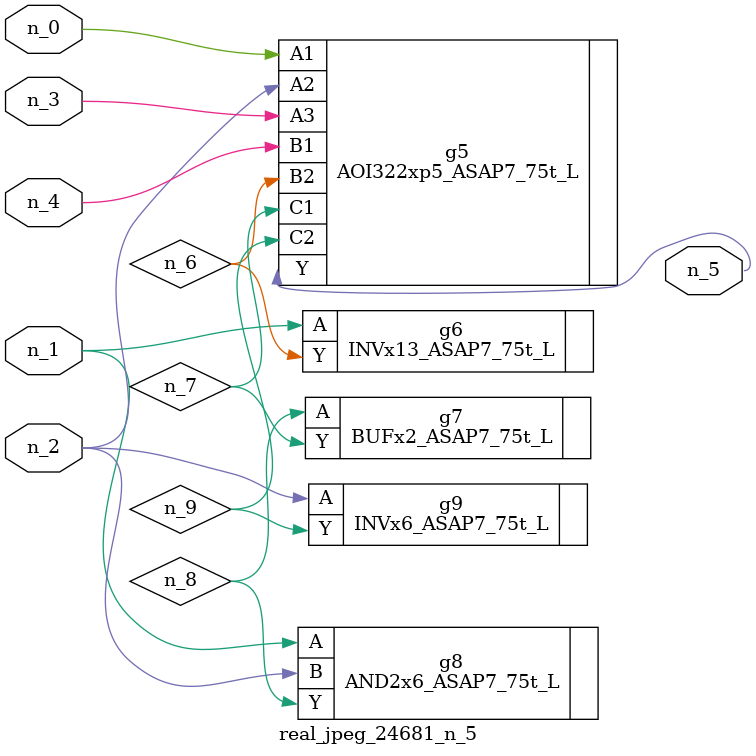
<source format=v>
module real_jpeg_24681_n_5 (n_4, n_0, n_1, n_2, n_3, n_5);

input n_4;
input n_0;
input n_1;
input n_2;
input n_3;

output n_5;

wire n_8;
wire n_6;
wire n_7;
wire n_9;

AOI322xp5_ASAP7_75t_L g5 ( 
.A1(n_0),
.A2(n_2),
.A3(n_3),
.B1(n_4),
.B2(n_6),
.C1(n_7),
.C2(n_9),
.Y(n_5)
);

INVx13_ASAP7_75t_L g6 ( 
.A(n_1),
.Y(n_6)
);

AND2x6_ASAP7_75t_L g8 ( 
.A(n_1),
.B(n_2),
.Y(n_8)
);

INVx6_ASAP7_75t_L g9 ( 
.A(n_2),
.Y(n_9)
);

BUFx2_ASAP7_75t_L g7 ( 
.A(n_8),
.Y(n_7)
);


endmodule
</source>
